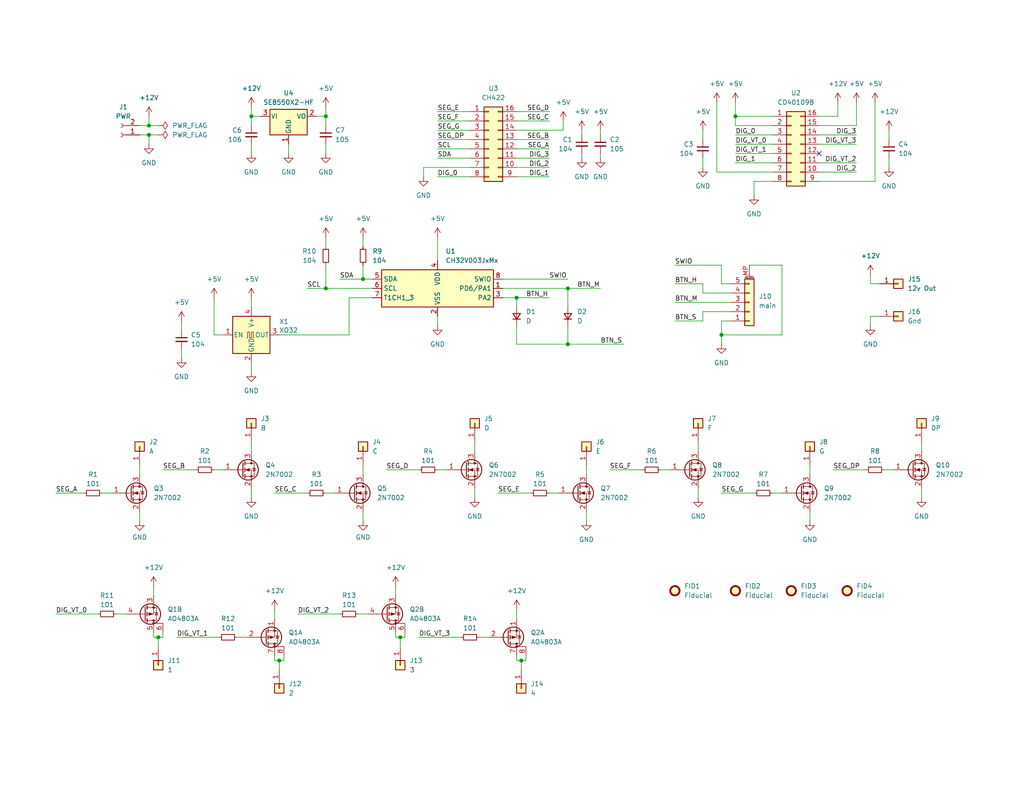
<source format=kicad_sch>
(kicad_sch (version 20230121) (generator eeschema)
  (paper "A")
  (title_block (title "Wall Clock Control Board") (rev "A0") (company "B. Kirisaki"))
  (lib_symbols
    (symbol "Connector:Conn_01x02_Socket" (pin_names (offset 1.016) hide)
      (property "Reference" "J" (at 0 2.54 0))
      (property "Value" "Conn_01x02_Socket" (at 0 -5.08 0))
      (symbol "Conn_01x02_Socket_1_1"
        (arc (start 0 -2.032) (mid -0.5058 -2.54) (end 0 -3.048) (stroke (width 0.1524)))
        (polyline (pts (xy -1.27 -2.54) (xy -0.508 -2.54)) (stroke (width 0.1524)))
        (polyline (pts (xy -1.27 0) (xy -0.508 0)) (stroke (width 0.1524)))
        (arc (start 0 0.508) (mid -0.5058 0) (end 0 -0.508) (stroke (width 0.1524)))
        (pin passive line (at -5.08 0 0) (length 3.81) (name "Pin_1") (number "1"))
        (pin passive line (at -5.08 -2.54 0) (length 3.81) (name "Pin_2") (number "2"))
      )
    )
    (symbol "Connector_Generic:Conn_01x01" (pin_names (offset 1.016) hide)
      (property "Reference" "J" (at 0 2.54 0))
      (property "Value" "Conn_01x01" (at 0 -2.54 0))
      (symbol "Conn_01x01_1_1"
        (rectangle (start -1.27 0.127) (end 0 -0.127) (stroke (width 0.1524)))
        (rectangle (start -1.27 1.27) (end 1.27 -1.27) (stroke (width 0.254)) (fill (type background)))
        (pin passive line (at -5.08 0 0) (length 3.81) (name "Pin_1") (number "1"))
      )
    )
    (symbol "Connector_Generic:Conn_02x08_Counter_Clockwise" (pin_names (offset 1.016) hide)
      (property "Reference" "J" (at 1.27 10.16 0))
      (property "Value" "Conn_02x08_Counter_Clockwise" (at 1.27 -12.7 0))
      (symbol "Conn_02x08_Counter_Clockwise_1_1"
        (rectangle (start -1.27 -10.033) (end 0 -10.287) (stroke (width 0.1524)))
        (rectangle (start -1.27 -7.493) (end 0 -7.747) (stroke (width 0.1524)))
        (rectangle (start -1.27 -4.953) (end 0 -5.207) (stroke (width 0.1524)))
        (rectangle (start -1.27 -2.413) (end 0 -2.667) (stroke (width 0.1524)))
        (rectangle (start -1.27 0.127) (end 0 -0.127) (stroke (width 0.1524)))
        (rectangle (start -1.27 2.667) (end 0 2.413) (stroke (width 0.1524)))
        (rectangle (start -1.27 5.207) (end 0 4.953) (stroke (width 0.1524)))
        (rectangle (start -1.27 7.747) (end 0 7.493) (stroke (width 0.1524)))
        (rectangle (start -1.27 8.89) (end 3.81 -11.43) (stroke (width 0.254)) (fill (type background)))
        (rectangle (start 3.81 -10.033) (end 2.54 -10.287) (stroke (width 0.1524)))
        (rectangle (start 3.81 -7.493) (end 2.54 -7.747) (stroke (width 0.1524)))
        (rectangle (start 3.81 -4.953) (end 2.54 -5.207) (stroke (width 0.1524)))
        (rectangle (start 3.81 -2.413) (end 2.54 -2.667) (stroke (width 0.1524)))
        (rectangle (start 3.81 0.127) (end 2.54 -0.127) (stroke (width 0.1524)))
        (rectangle (start 3.81 2.667) (end 2.54 2.413) (stroke (width 0.1524)))
        (rectangle (start 3.81 5.207) (end 2.54 4.953) (stroke (width 0.1524)))
        (rectangle (start 3.81 7.747) (end 2.54 7.493) (stroke (width 0.1524)))
        (pin passive line (at -5.08 7.62 0) (length 3.81) (name "Pin_1") (number "1"))
        (pin passive line (at 7.62 -7.62 180) (length 3.81) (name "Pin_10") (number "10"))
        (pin passive line (at 7.62 -5.08 180) (length 3.81) (name "Pin_11") (number "11"))
        (pin passive line (at 7.62 -2.54 180) (length 3.81) (name "Pin_12") (number "12"))
        (pin passive line (at 7.62 0 180) (length 3.81) (name "Pin_13") (number "13"))
        (pin passive line (at 7.62 2.54 180) (length 3.81) (name "Pin_14") (number "14"))
        (pin passive line (at 7.62 5.08 180) (length 3.81) (name "Pin_15") (number "15"))
        (pin passive line (at 7.62 7.62 180) (length 3.81) (name "Pin_16") (number "16"))
        (pin passive line (at -5.08 5.08 0) (length 3.81) (name "Pin_2") (number "2"))
        (pin passive line (at -5.08 2.54 0) (length 3.81) (name "Pin_3") (number "3"))
        (pin passive line (at -5.08 0 0) (length 3.81) (name "Pin_4") (number "4"))
        (pin passive line (at -5.08 -2.54 0) (length 3.81) (name "Pin_5") (number "5"))
        (pin passive line (at -5.08 -5.08 0) (length 3.81) (name "Pin_6") (number "6"))
        (pin passive line (at -5.08 -7.62 0) (length 3.81) (name "Pin_7") (number "7"))
        (pin passive line (at -5.08 -10.16 0) (length 3.81) (name "Pin_8") (number "8"))
        (pin passive line (at 7.62 -10.16 180) (length 3.81) (name "Pin_9") (number "9"))
      )
    )
    (symbol "Connector_Generic_MountingPin:Conn_01x05_MountingPin" (pin_names (offset 1.016) hide)
      (property "Reference" "J" (at 0 7.62 0))
      (property "Value" "Conn_01x05_MountingPin" (at 1.27 -7.62 0))
      (symbol "Conn_01x05_MountingPin_1_1"
        (rectangle (start -1.27 -4.953) (end 0 -5.207) (stroke (width 0.1524)))
        (rectangle (start -1.27 -2.413) (end 0 -2.667) (stroke (width 0.1524)))
        (rectangle (start -1.27 0.127) (end 0 -0.127) (stroke (width 0.1524)))
        (rectangle (start -1.27 2.667) (end 0 2.413) (stroke (width 0.1524)))
        (rectangle (start -1.27 5.207) (end 0 4.953) (stroke (width 0.1524)))
        (rectangle (start -1.27 6.35) (end 1.27 -6.35) (stroke (width 0.254)) (fill (type background)))
        (polyline (pts (xy -1.016 -7.112) (xy 1.016 -7.112)) (stroke (width 0.1524)))
        (text "Mounting" (at 0 -6.731 0) (effects (font (size 0.381 0.381))))
        (pin passive line (at -5.08 5.08 0) (length 3.81) (name "Pin_1") (number "1"))
        (pin passive line (at -5.08 2.54 0) (length 3.81) (name "Pin_2") (number "2"))
        (pin passive line (at -5.08 0 0) (length 3.81) (name "Pin_3") (number "3"))
        (pin passive line (at -5.08 -2.54 0) (length 3.81) (name "Pin_4") (number "4"))
        (pin passive line (at -5.08 -5.08 0) (length 3.81) (name "Pin_5") (number "5"))
        (pin passive line (at 0 -10.16 90) (length 3.048) (name "MountPin") (number "MP"))
      )
    )
    (symbol "Device:C_Small" (pin_numbers hide) (pin_names (offset 0.254) hide)
      (property "Reference" "C" (at 0.254 1.778 0))
      (property "Value" "C_Small" (at 0.254 -2.032 0))
      (symbol "C_Small_0_1"
        (polyline (pts (xy -1.524 -0.508) (xy 1.524 -0.508)) (stroke (width 0.3302)))
        (polyline (pts (xy -1.524 0.508) (xy 1.524 0.508)) (stroke (width 0.3048)))
      )
      (symbol "C_Small_1_1"
        (pin passive line (at 0 2.54 270) (length 2.032) (name "~") (number "1"))
        (pin passive line (at 0 -2.54 90) (length 2.032) (name "~") (number "2"))
      )
    )
    (symbol "Device:D_Small" (pin_numbers hide) (pin_names (offset 0.254) hide)
      (property "Reference" "D" (at -1.27 2.032 0))
      (property "Value" "D_Small" (at -3.81 -2.032 0))
      (symbol "D_Small_0_1"
        (polyline (pts (xy -0.762 -1.016) (xy -0.762 1.016)) (stroke (width 0.254)))
        (polyline (pts (xy -0.762 0) (xy 0.762 0)))
        (polyline (pts (xy 0.762 -1.016) (xy -0.762 0) (xy 0.762 1.016) (xy 0.762 -1.016)) (stroke (width 0.254)))
      )
      (symbol "D_Small_1_1"
        (pin passive line (at -2.54 0 0) (length 1.778) (name "K") (number "1"))
        (pin passive line (at 2.54 0 180) (length 1.778) (name "A") (number "2"))
      )
    )
    (symbol "Device:Q_Dual_PMOS_S1G1S2G2D2D2D1D1" (pin_names (offset 0) hide)
      (property "Reference" "Q" (at 6.35 1.27 0))
      (property "Value" "Q_Dual_PMOS_S1G1S2G2D2D2D1D1" (at 21.59 -1.27 0))
      (symbol "Q_Dual_PMOS_S1G1S2G2D2D2D1D1_0_1"
        (polyline (pts (xy 0.254 0) (xy -2.54 0)))
        (polyline (pts (xy 0.254 1.905) (xy 0.254 -1.905)) (stroke (width 0.254)))
        (polyline (pts (xy 0.762 -1.27) (xy 0.762 -2.286)) (stroke (width 0.254)))
        (polyline (pts (xy 0.762 0.508) (xy 0.762 -0.508)) (stroke (width 0.254)))
        (polyline (pts (xy 0.762 2.286) (xy 0.762 1.27)) (stroke (width 0.254)))
        (polyline (pts (xy 2.54 2.54) (xy 2.54 1.778)))
        (polyline (pts (xy 2.54 -2.54) (xy 2.54 0) (xy 0.762 0)))
        (polyline (pts (xy 0.762 1.778) (xy 3.302 1.778) (xy 3.302 -1.778) (xy 0.762 -1.778)))
        (polyline (pts (xy 2.286 0) (xy 1.27 0.381) (xy 1.27 -0.381) (xy 2.286 0)) (fill (type outline)))
        (polyline (pts (xy 2.794 -0.508) (xy 2.921 -0.381) (xy 3.683 -0.381) (xy 3.81 -0.254)))
        (polyline (pts (xy 3.302 -0.381) (xy 2.921 0.254) (xy 3.683 0.254) (xy 3.302 -0.381)))
        (circle (center 1.651 0) (radius 2.794) (stroke (width 0.254)))
        (circle (center 2.54 -1.778) (radius 0.254) (fill (type outline)))
        (circle (center 2.54 1.778) (radius 0.254) (fill (type outline)))
        (circle (center 2.54 2.54) (radius 0.254) (fill (type outline)))
        (rectangle (start 5.08 2.54) (end 2.54 2.54))
      )
      (symbol "Q_Dual_PMOS_S1G1S2G2D2D2D1D1_1_1"
        (pin passive line (at 2.54 -5.08 90) (length 2.54) (name "S") (number "1"))
        (pin input line (at -5.08 0 0) (length 2.54) (name "G") (number "2"))
        (pin passive line (at 2.54 5.08 270) (length 2.54) (name "D") (number "7"))
        (pin passive line (at 5.08 5.08 270) (length 2.54) (name "G") (number "8"))
      )
      (symbol "Q_Dual_PMOS_S1G1S2G2D2D2D1D1_2_1"
        (pin passive line (at 2.54 -5.08 90) (length 2.54) (name "S") (number "3"))
        (pin input line (at -5.08 0 0) (length 2.54) (name "G") (number "4"))
        (pin passive line (at 2.54 5.08 270) (length 2.54) (name "D") (number "5"))
        (pin passive line (at 5.08 5.08 270) (length 2.54) (name "G") (number "6"))
      )
    )
    (symbol "Device:Q_NMOS_GSD" (pin_names (offset 0) hide)
      (property "Reference" "Q" (at 5.08 1.27 0))
      (property "Value" "Q_NMOS_GSD" (at 5.08 -1.27 0))
      (symbol "Q_NMOS_GSD_0_1"
        (polyline (pts (xy 0.254 0) (xy -2.54 0)))
        (polyline (pts (xy 0.254 1.905) (xy 0.254 -1.905)) (stroke (width 0.254)))
        (polyline (pts (xy 0.762 -1.27) (xy 0.762 -2.286)) (stroke (width 0.254)))
        (polyline (pts (xy 0.762 0.508) (xy 0.762 -0.508)) (stroke (width 0.254)))
        (polyline (pts (xy 0.762 2.286) (xy 0.762 1.27)) (stroke (width 0.254)))
        (polyline (pts (xy 2.54 2.54) (xy 2.54 1.778)))
        (polyline (pts (xy 2.54 -2.54) (xy 2.54 0) (xy 0.762 0)))
        (polyline (pts (xy 0.762 -1.778) (xy 3.302 -1.778) (xy 3.302 1.778) (xy 0.762 1.778)))
        (polyline (pts (xy 1.016 0) (xy 2.032 0.381) (xy 2.032 -0.381) (xy 1.016 0)) (fill (type outline)))
        (polyline (pts (xy 2.794 0.508) (xy 2.921 0.381) (xy 3.683 0.381) (xy 3.81 0.254)))
        (polyline (pts (xy 3.302 0.381) (xy 2.921 -0.254) (xy 3.683 -0.254) (xy 3.302 0.381)))
        (circle (center 1.651 0) (radius 2.794) (stroke (width 0.254)))
        (circle (center 2.54 -1.778) (radius 0.254) (fill (type outline)))
        (circle (center 2.54 1.778) (radius 0.254) (fill (type outline)))
      )
      (symbol "Q_NMOS_GSD_1_1"
        (pin input line (at -5.08 0 0) (length 2.54) (name "G") (number "1"))
        (pin passive line (at 2.54 -5.08 90) (length 2.54) (name "S") (number "2"))
        (pin passive line (at 2.54 5.08 270) (length 2.54) (name "D") (number "3"))
      )
    )
    (symbol "Device:R_Small" (pin_numbers hide) (pin_names (offset 0.254) hide)
      (property "Reference" "R" (at 0.762 0.508 0))
      (property "Value" "R_Small" (at 0.762 -1.016 0))
      (symbol "R_Small_0_1"
        (rectangle (start -0.762 1.778) (end 0.762 -1.778) (stroke (width 0.2032)))
      )
      (symbol "R_Small_1_1"
        (pin passive line (at 0 2.54 270) (length 0.762) (name "~") (number "1"))
        (pin passive line (at 0 -2.54 90) (length 0.762) (name "~") (number "2"))
      )
    )
    (symbol "MCU_WCH_CH32V0:CH32V003JxMx"
      (property "Reference" "U" (at -15.24 7.62 0))
      (property "Value" "CH32V003JxMx" (at 15.24 7.62 0))
      (symbol "CH32V003JxMx_1_1"
        (rectangle (start -15.24 5.08) (end 15.24 -5.08) (stroke (width 0.254)) (fill (type background)))
        (pin bidirectional line (at 17.78 0 180) (length 2.54) (name "PD6/PA1") (number "1"))
        (pin power_in line (at 0 -7.62 90) (length 2.54) (name "VSS") (number "2"))
        (pin bidirectional line (at 17.78 -2.54 180) (length 2.54) (name "PA2") (number "3"))
        (pin power_in line (at 0 7.62 270) (length 2.54) (name "VDD") (number "4"))
        (pin bidirectional line (at -17.78 2.54 0) (length 2.54) (name "PC1") (number "5") (alternate "SDA" bidirectional line))
        (pin bidirectional line (at -17.78 0 0) (length 2.54) (name "PC2") (number "6") (alternate "SCL" bidirectional line))
        (pin bidirectional line (at -17.78 -2.54 0) (length 2.54) (name "PC4") (number "7") (alternate "T1CH1_3" bidirectional line))
        (pin bidirectional line (at 17.78 2.54 180) (length 2.54) (name "PD1/PD4/PD5") (number "8") (alternate "SWIO" bidirectional line))
      )
    )
    (symbol "Mechanical:Fiducial"
      (property "Reference" "FID" (at 0 5.08 0))
      (property "Value" "Fiducial" (at 0 3.175 0))
      (symbol "Fiducial_0_1"
        (circle (center 0 0) (radius 1.27) (stroke (width 0.508)) (fill (type background)))
      )
    )
    (symbol "Oscillator:XO32" (pin_names (offset 0.254))
      (property "Reference" "X" (at -5.08 6.35 0))
      (property "Value" "XO32" (at 1.27 -6.35 0))
      (symbol "XO32_0_1"
        (rectangle (start -5.08 5.08) (end 5.08 -5.08) (stroke (width 0.254)) (fill (type background)))
        (polyline (pts (xy -1.27 -0.762) (xy -1.016 -0.762) (xy -1.016 0.762) (xy -0.508 0.762) (xy -0.508 -0.762) (xy 0 -0.762) (xy 0 0.762) (xy 0.508 0.762) (xy 0.508 -0.762) (xy 0.762 -0.762)))
      )
      (symbol "XO32_1_1"
        (pin input line (at -7.62 0 0) (length 2.54) (name "EN") (number "1"))
        (pin power_in line (at 0 -7.62 90) (length 2.54) (name "GND") (number "2"))
        (pin output line (at 7.62 0 180) (length 2.54) (name "OUT") (number "3"))
        (pin power_in line (at 0 7.62 270) (length 2.54) (name "V+") (number "4"))
      )
    )
    (symbol "Regulator_Linear:AP2127N-3.3" (pin_names (offset 0.254))
      (property "Reference" "U" (at -3.81 3.175 0))
      (property "Value" "AP2127N-3.3" (at 0 3.175 0))
      (symbol "AP2127N-3.3_0_1"
        (rectangle (start -5.08 1.905) (end 5.08 -5.08) (stroke (width 0.254)) (fill (type background)))
      )
      (symbol "AP2127N-3.3_1_1"
        (pin power_in line (at 0 -7.62 90) (length 2.54) (name "GND") (number "1"))
        (pin power_out line (at 7.62 0 180) (length 2.54) (name "VO") (number "2"))
        (pin power_in line (at -7.62 0 0) (length 2.54) (name "VI") (number "3"))
      )
    )
    (symbol "power:+12V" (power) (pin_names (offset 0))
      (property "Value" "+12V" (at 0 3.556 0))
      (symbol "+12V_0_1"
        (polyline (pts (xy -0.762 1.27) (xy 0 2.54)))
        (polyline (pts (xy 0 0) (xy 0 2.54)))
        (polyline (pts (xy 0 2.54) (xy 0.762 1.27)))
      )
      (symbol "+12V_1_1"
        (pin power_in line (at 0 0 90) (length 0) hide (name "+12V") (number "1"))
      )
    )
    (symbol "power:+5V" (power) (pin_names (offset 0))
      (property "Value" "+5V" (at 0 3.556 0))
      (symbol "+5V_0_1"
        (polyline (pts (xy -0.762 1.27) (xy 0 2.54)))
        (polyline (pts (xy 0 0) (xy 0 2.54)))
        (polyline (pts (xy 0 2.54) (xy 0.762 1.27)))
      )
      (symbol "+5V_1_1"
        (pin power_in line (at 0 0 90) (length 0) hide (name "+5V") (number "1"))
      )
    )
    (symbol "power:GND" (power) (pin_names (offset 0))
      (property "Value" "GND" (at 0 -3.81 0))
      (symbol "GND_0_1"
        (polyline (pts (xy 0 0) (xy 0 -1.27) (xy 1.27 -1.27) (xy 0 -2.54) (xy -1.27 -1.27) (xy 0 -1.27)))
      )
      (symbol "GND_1_1"
        (pin power_in line (at 0 0 270) (length 0) hide (name "GND") (number "1"))
      )
    )
    (symbol "power:PWR_FLAG" (power) (pin_numbers hide) (pin_names (offset 0) hide)
      (property "Value" "PWR_FLAG" (at 0 3.81 0))
      (symbol "PWR_FLAG_0_0"
        (pin power_out line (at 0 0 90) (length 0) (name "pwr") (number "1"))
      )
      (symbol "PWR_FLAG_0_1"
        (polyline (pts (xy 0 0) (xy 0 1.27) (xy -1.016 1.905) (xy 0 2.54) (xy 1.016 1.905) (xy 0 1.27)))
      )
    )
  )
  (junction (at 154.94 93.98))
  (junction (at 88.9 78.74))
  (junction (at 196.85 91.44))
  (junction (at 99.06 76.2))
  (junction (at 40.64 36.83))
  (junction (at 200.66 31.75))
  (junction (at 88.9 31.75))
  (junction (at 76.2 180.34))
  (junction (at 154.94 78.74))
  (junction (at 109.22 173.99))
  (junction (at 40.64 34.29))
  (junction (at 43.18 173.99))
  (junction (at 68.58 31.75))
  (junction (at 140.97 81.28))
  (junction (at 142.24 180.34))
  (no_connect (at 223.52 41.91))
  (wire (pts (xy 251.46 133.35) (xy 251.46 135.89)))
  (wire (pts (xy 140.97 81.28) (xy 149.86 81.28)))
  (wire (pts (xy 140.97 30.48) (xy 149.86 30.48)))
  (wire (pts (xy 210.82 134.62) (xy 213.36 134.62)))
  (wire (pts (xy 190.5 133.35) (xy 190.5 135.89)))
  (wire (pts (xy 15.24 167.64) (xy 26.67 167.64)))
  (wire (pts (xy 128.27 45.72) (xy 115.57 45.72)))
  (wire (pts (xy 140.97 88.9) (xy 140.97 93.98)))
  (wire (pts (xy 107.95 173.99) (xy 107.95 172.72)))
  (wire (pts (xy 200.66 31.75) (xy 210.82 31.75)))
  (wire (pts (xy 83.82 78.74) (xy 88.9 78.74)))
  (wire (pts (xy 44.45 172.72) (xy 44.45 173.99)))
  (wire (pts (xy 119.38 86.36) (xy 119.38 88.9)))
  (wire (pts (xy 154.94 78.74) (xy 163.83 78.74)))
  (wire (pts (xy 88.9 31.75) (xy 88.9 29.21)))
  (wire (pts (xy 200.66 34.29) (xy 200.66 31.75)))
  (wire (pts (xy 213.36 91.44) (xy 196.85 91.44)))
  (wire (pts (xy 68.58 133.35) (xy 68.58 135.89)))
  (wire (pts (xy 81.28 167.64) (xy 92.71 167.64)))
  (wire (pts (xy 251.46 120.65) (xy 251.46 123.19)))
  (wire (pts (xy 200.66 31.75) (xy 200.66 27.94)))
  (wire (pts (xy 196.85 91.44) (xy 196.85 93.98)))
  (wire (pts (xy 160.02 127) (xy 160.02 129.54)))
  (wire (pts (xy 223.52 44.45) (xy 233.68 44.45)))
  (wire (pts (xy 223.52 46.99) (xy 233.68 46.99)))
  (wire (pts (xy 119.38 43.18) (xy 128.27 43.18)))
  (wire (pts (xy 228.6 31.75) (xy 223.52 31.75)))
  (wire (pts (xy 31.75 167.64) (xy 34.29 167.64)))
  (wire (pts (xy 140.97 40.64) (xy 149.86 40.64)))
  (wire (pts (xy 199.39 77.47) (xy 196.85 77.47)))
  (wire (pts (xy 41.91 173.99) (xy 43.18 173.99)))
  (wire (pts (xy 68.58 99.06) (xy 68.58 101.6)))
  (wire (pts (xy 95.25 81.28) (xy 101.6 81.28)))
  (wire (pts (xy 40.64 34.29) (xy 43.18 34.29)))
  (wire (pts (xy 140.97 93.98) (xy 154.94 93.98)))
  (wire (pts (xy 109.22 173.99) (xy 107.95 173.99)))
  (wire (pts (xy 38.1 36.83) (xy 40.64 36.83)))
  (wire (pts (xy 191.77 85.09) (xy 199.39 85.09)))
  (wire (pts (xy 130.81 173.99) (xy 133.35 173.99)))
  (wire (pts (xy 135.89 134.62) (xy 144.78 134.62)))
  (wire (pts (xy 228.6 27.94) (xy 228.6 31.75)))
  (wire (pts (xy 74.93 179.07) (xy 74.93 180.34)))
  (wire (pts (xy 233.68 27.94) (xy 233.68 34.29)))
  (wire (pts (xy 200.66 36.83) (xy 210.82 36.83)))
  (wire (pts (xy 68.58 31.75) (xy 68.58 34.29)))
  (wire (pts (xy 119.38 48.26) (xy 128.27 48.26)))
  (wire (pts (xy 191.77 43.18) (xy 191.77 45.72)))
  (wire (pts (xy 191.77 77.47) (xy 191.77 80.01)))
  (wire (pts (xy 43.18 173.99) (xy 43.18 176.53)))
  (wire (pts (xy 115.57 45.72) (xy 115.57 48.26)))
  (wire (pts (xy 64.77 173.99) (xy 67.31 173.99)))
  (wire (pts (xy 86.36 31.75) (xy 88.9 31.75)))
  (wire (pts (xy 153.67 35.56) (xy 153.67 33.02)))
  (wire (pts (xy 241.3 128.27) (xy 243.84 128.27)))
  (wire (pts (xy 180.34 128.27) (xy 182.88 128.27)))
  (wire (pts (xy 119.38 33.02) (xy 128.27 33.02)))
  (wire (pts (xy 99.06 64.77) (xy 99.06 67.31)))
  (wire (pts (xy 238.76 49.53) (xy 238.76 27.94)))
  (wire (pts (xy 99.06 139.7) (xy 99.06 142.24)))
  (wire (pts (xy 68.58 120.65) (xy 68.58 123.19)))
  (wire (pts (xy 143.51 179.07) (xy 143.51 180.34)))
  (wire (pts (xy 40.64 36.83) (xy 43.18 36.83)))
  (wire (pts (xy 92.71 76.2) (xy 99.06 76.2)))
  (wire (pts (xy 68.58 29.21) (xy 68.58 31.75)))
  (wire (pts (xy 110.49 172.72) (xy 110.49 173.99)))
  (wire (pts (xy 160.02 139.7) (xy 160.02 142.24)))
  (wire (pts (xy 41.91 172.72) (xy 41.91 173.99)))
  (wire (pts (xy 237.49 88.9) (xy 237.49 86.36)))
  (wire (pts (xy 154.94 78.74) (xy 154.94 83.82)))
  (wire (pts (xy 142.24 180.34) (xy 142.24 182.88)))
  (wire (pts (xy 140.97 180.34) (xy 142.24 180.34)))
  (wire (pts (xy 58.42 91.44) (xy 60.96 91.44)))
  (wire (pts (xy 107.95 160.02) (xy 107.95 162.56)))
  (wire (pts (xy 38.1 127) (xy 38.1 129.54)))
  (wire (pts (xy 154.94 93.98) (xy 170.18 93.98)))
  (wire (pts (xy 119.38 30.48) (xy 128.27 30.48)))
  (wire (pts (xy 49.53 95.25) (xy 49.53 97.79)))
  (wire (pts (xy 184.15 87.63) (xy 191.77 87.63)))
  (wire (pts (xy 223.52 36.83) (xy 233.68 36.83)))
  (wire (pts (xy 119.38 128.27) (xy 121.92 128.27)))
  (wire (pts (xy 77.47 180.34) (xy 76.2 180.34)))
  (wire (pts (xy 223.52 49.53) (xy 238.76 49.53)))
  (wire (pts (xy 137.16 81.28) (xy 140.97 81.28)))
  (wire (pts (xy 140.97 33.02) (xy 149.86 33.02)))
  (wire (pts (xy 163.83 41.91) (xy 163.83 43.18)))
  (wire (pts (xy 195.58 46.99) (xy 195.58 27.94)))
  (wire (pts (xy 163.83 35.56) (xy 163.83 36.83)))
  (wire (pts (xy 40.64 39.37) (xy 40.64 36.83)))
  (wire (pts (xy 143.51 180.34) (xy 142.24 180.34)))
  (wire (pts (xy 191.77 80.01) (xy 199.39 80.01)))
  (wire (pts (xy 74.93 134.62) (xy 83.82 134.62)))
  (wire (pts (xy 48.26 173.99) (xy 59.69 173.99)))
  (wire (pts (xy 158.75 35.56) (xy 158.75 36.83)))
  (wire (pts (xy 68.58 39.37) (xy 68.58 41.91)))
  (wire (pts (xy 78.74 39.37) (xy 78.74 41.91)))
  (wire (pts (xy 140.97 35.56) (xy 153.67 35.56)))
  (wire (pts (xy 184.15 72.39) (xy 196.85 72.39)))
  (wire (pts (xy 88.9 39.37) (xy 88.9 41.91)))
  (wire (pts (xy 119.38 38.1) (xy 128.27 38.1)))
  (wire (pts (xy 40.64 31.75) (xy 40.64 34.29)))
  (wire (pts (xy 191.77 87.63) (xy 191.77 85.09)))
  (wire (pts (xy 220.98 139.7) (xy 220.98 142.24)))
  (wire (pts (xy 196.85 77.47) (xy 196.85 72.39)))
  (wire (pts (xy 184.15 82.55) (xy 199.39 82.55)))
  (wire (pts (xy 44.45 128.27) (xy 53.34 128.27)))
  (wire (pts (xy 99.06 72.39) (xy 99.06 76.2)))
  (wire (pts (xy 210.82 34.29) (xy 200.66 34.29)))
  (wire (pts (xy 129.54 133.35) (xy 129.54 135.89)))
  (wire (pts (xy 119.38 40.64) (xy 128.27 40.64)))
  (wire (pts (xy 58.42 81.28) (xy 58.42 91.44)))
  (wire (pts (xy 196.85 87.63) (xy 196.85 91.44)))
  (wire (pts (xy 140.97 45.72) (xy 149.86 45.72)))
  (wire (pts (xy 184.15 77.47) (xy 191.77 77.47)))
  (wire (pts (xy 88.9 72.39) (xy 88.9 78.74)))
  (wire (pts (xy 140.97 38.1) (xy 149.86 38.1)))
  (wire (pts (xy 227.33 128.27) (xy 236.22 128.27)))
  (wire (pts (xy 119.38 64.77) (xy 119.38 71.12)))
  (wire (pts (xy 199.39 87.63) (xy 196.85 87.63)))
  (wire (pts (xy 15.24 134.62) (xy 22.86 134.62)))
  (wire (pts (xy 49.53 87.63) (xy 49.53 90.17)))
  (wire (pts (xy 119.38 35.56) (xy 128.27 35.56)))
  (wire (pts (xy 140.97 81.28) (xy 140.97 83.82)))
  (wire (pts (xy 233.68 34.29) (xy 223.52 34.29)))
  (wire (pts (xy 88.9 31.75) (xy 88.9 34.29)))
  (wire (pts (xy 166.37 128.27) (xy 175.26 128.27)))
  (wire (pts (xy 240.03 77.47) (xy 237.49 77.47)))
  (wire (pts (xy 77.47 179.07) (xy 77.47 180.34)))
  (wire (pts (xy 220.98 127) (xy 220.98 129.54)))
  (wire (pts (xy 204.47 72.39) (xy 213.36 72.39)))
  (wire (pts (xy 109.22 176.53) (xy 109.22 173.99)))
  (wire (pts (xy 110.49 173.99) (xy 109.22 173.99)))
  (wire (pts (xy 191.77 35.56) (xy 191.77 38.1)))
  (wire (pts (xy 95.25 91.44) (xy 95.25 81.28)))
  (wire (pts (xy 99.06 76.2) (xy 101.6 76.2)))
  (wire (pts (xy 68.58 81.28) (xy 68.58 83.82)))
  (wire (pts (xy 200.66 41.91) (xy 210.82 41.91)))
  (wire (pts (xy 213.36 72.39) (xy 213.36 91.44)))
  (wire (pts (xy 200.66 44.45) (xy 210.82 44.45)))
  (wire (pts (xy 190.5 120.65) (xy 190.5 123.19)))
  (wire (pts (xy 27.94 134.62) (xy 30.48 134.62)))
  (wire (pts (xy 105.41 128.27) (xy 114.3 128.27)))
  (wire (pts (xy 76.2 180.34) (xy 76.2 182.88)))
  (wire (pts (xy 88.9 64.77) (xy 88.9 67.31)))
  (wire (pts (xy 140.97 43.18) (xy 149.86 43.18)))
  (wire (pts (xy 38.1 139.7) (xy 38.1 142.24)))
  (wire (pts (xy 74.93 180.34) (xy 76.2 180.34)))
  (wire (pts (xy 242.57 43.18) (xy 242.57 45.72)))
  (wire (pts (xy 149.86 134.62) (xy 152.4 134.62)))
  (wire (pts (xy 58.42 128.27) (xy 60.96 128.27)))
  (wire (pts (xy 88.9 134.62) (xy 91.44 134.62)))
  (wire (pts (xy 71.12 31.75) (xy 68.58 31.75)))
  (wire (pts (xy 196.85 134.62) (xy 205.74 134.62)))
  (wire (pts (xy 137.16 78.74) (xy 154.94 78.74)))
  (wire (pts (xy 74.93 166.37) (xy 74.93 168.91)))
  (wire (pts (xy 210.82 49.53) (xy 205.74 49.53)))
  (wire (pts (xy 97.79 167.64) (xy 100.33 167.64)))
  (wire (pts (xy 140.97 166.37) (xy 140.97 168.91)))
  (wire (pts (xy 237.49 86.36) (xy 240.03 86.36)))
  (wire (pts (xy 140.97 48.26) (xy 149.86 48.26)))
  (wire (pts (xy 88.9 78.74) (xy 101.6 78.74)))
  (wire (pts (xy 242.57 35.56) (xy 242.57 38.1)))
  (wire (pts (xy 38.1 34.29) (xy 40.64 34.29)))
  (wire (pts (xy 76.2 91.44) (xy 95.25 91.44)))
  (wire (pts (xy 140.97 179.07) (xy 140.97 180.34)))
  (wire (pts (xy 137.16 76.2) (xy 154.94 76.2)))
  (wire (pts (xy 205.74 49.53) (xy 205.74 53.34)))
  (wire (pts (xy 114.3 173.99) (xy 125.73 173.99)))
  (wire (pts (xy 44.45 173.99) (xy 43.18 173.99)))
  (wire (pts (xy 129.54 120.65) (xy 129.54 123.19)))
  (wire (pts (xy 210.82 46.99) (xy 195.58 46.99)))
  (wire (pts (xy 237.49 77.47) (xy 237.49 74.93)))
  (wire (pts (xy 200.66 39.37) (xy 210.82 39.37)))
  (wire (pts (xy 223.52 39.37) (xy 233.68 39.37)))
  (wire (pts (xy 158.75 41.91) (xy 158.75 43.18)))
  (wire (pts (xy 154.94 88.9) (xy 154.94 93.98)))
  (wire (pts (xy 41.91 160.02) (xy 41.91 162.56)))
  (wire (pts (xy 99.06 127) (xy 99.06 129.54)))
  (label "DIG_VT_0" (at 200.66 39.37 0))
  (label "SEG_DP" (at 119.38 38.1 0))
  (label "SEG_B" (at 44.45 128.27 0))
  (label "SDA" (at 92.71 76.2 0))
  (label "DIG_1" (at 200.66 44.45 0))
  (label "SEG_C" (at 149.86 33.02 180))
  (label "SCL" (at 119.38 40.64 0))
  (label "DIG_VT_3" (at 114.3 173.99 0))
  (label "SEG_G" (at 196.85 134.62 0))
  (label "BTN_H" (at 184.15 77.47 0))
  (label "DIG_0" (at 200.66 36.83 0))
  (label "DIG_3" (at 149.86 43.18 180))
  (label "BTN_S" (at 184.15 87.63 0))
  (label "SEG_F" (at 166.37 128.27 0))
  (label "DIG_VT_3" (at 233.68 39.37 180))
  (label "DIG_VT_2" (at 81.28 167.64 0))
  (label "SEG_E" (at 119.38 30.48 0))
  (label "SEG_G" (at 119.38 35.56 0))
  (label "DIG_VT_1" (at 48.26 173.99 0))
  (label "SWIO" (at 149.86 76.2 0))
  (label "SEG_D" (at 149.86 30.48 180))
  (label "SEG_A" (at 15.24 134.62 0))
  (label "BTN_M" (at 157.48 78.74 0))
  (label "SCL" (at 83.82 78.74 0))
  (label "SEG_A" (at 149.86 40.64 180))
  (label "DIG_2" (at 149.86 45.72 180))
  (label "SEG_E" (at 135.89 134.62 0))
  (label "DIG_VT_0" (at 15.24 167.64 0))
  (label "SEG_DP" (at 227.33 128.27 0))
  (label "SWIO" (at 184.15 72.39 0))
  (label "BTN_M" (at 184.15 82.55 0))
  (label "SDA" (at 119.38 43.18 0))
  (label "BTN_S" (at 163.83 93.98 0))
  (label "DIG_VT_1" (at 200.66 41.91 0))
  (label "DIG_1" (at 149.86 48.26 180))
  (label "SEG_C" (at 74.93 134.62 0))
  (label "BTN_H" (at 143.51 81.28 0))
  (label "SEG_F" (at 119.38 33.02 0))
  (label "DIG_3" (at 233.68 36.83 180))
  (label "DIG_VT_2" (at 233.68 44.45 180))
  (label "SEG_B" (at 149.86 38.1 180))
  (label "DIG_0" (at 119.38 48.26 0))
  (label "DIG_2" (at 233.68 46.99 180))
  (label "SEG_D" (at 105.41 128.27 0))
  (symbol (lib_id "Device:Q_NMOS_GSD") (at 187.96 128.27 0) (unit 1)
    (property "Reference" "Q8" (at 194.31 127 0) (effects (justify left)))
    (property "Value" "2N7002" (at 194.31 129.54 0) (effects (justify left)))
    (property "Footprint" "Package_TO_SOT_SMD:SOT-23" (effects hide))
  )
  (symbol (lib_id "power:+5V") (at 58.42 81.28 0) (unit 1)
    (property "Reference" "#PWR017" (effects hide))
    (property "Value" "+5V" (at 58.42 76.2 0))
  )
  (symbol (lib_id "Mechanical:Fiducial") (at 215.9 161.29 0) (unit 1)
    (property "Reference" "FID3" (at 218.44 160.02 0) (effects (justify left)))
    (property "Value" "Fiducial" (at 218.44 162.56 0) (effects (justify left)))
    (property "Footprint" "Fiducial:Fiducial_0.5mm_Mask1.5mm" (effects hide))
  )
  (symbol (lib_id "power:GND") (at 242.57 45.72 0) (mirror y) (unit 1)
    (property "Reference" "#PWR016" (effects hide))
    (property "Value" "GND" (at 242.57 50.8 0))
  )
  (symbol (lib_id "Connector_Generic:Conn_01x01") (at 220.98 121.92 90) (unit 1)
    (property "Reference" "J8" (at 223.52 120.65 90) (effects (justify right)))
    (property "Value" "G" (at 223.52 123.19 90) (effects (justify right)))
    (property "Footprint" "wall_clock_full:Conn_PCB_Castellated_1x01_P2.54mm_ExtraHole" (effects hide))
  )
  (symbol (lib_id "power:+5V") (at 88.9 29.21 0) (unit 1)
    (property "Reference" "#PWR025" (effects hide))
    (property "Value" "+5V" (at 88.9 24.13 0))
  )
  (symbol (lib_id "Mechanical:Fiducial") (at 231.14 161.29 0) (unit 1)
    (property "Reference" "FID4" (at 233.68 160.02 0) (effects (justify left)))
    (property "Value" "Fiducial" (at 233.68 162.56 0) (effects (justify left)))
    (property "Footprint" "Fiducial:Fiducial_0.5mm_Mask1.5mm" (effects hide))
  )
  (symbol (lib_id "Device:C_Small") (at 49.53 92.71 0) (unit 1)
    (property "Reference" "C5" (at 52.07 91.4463 0) (effects (justify left)))
    (property "Value" "104" (at 52.07 93.9863 0) (effects (justify left)))
    (property "Footprint" "Capacitor_SMD:C_0603_1608Metric" (effects hide))
  )
  (symbol (lib_id "Connector_Generic_MountingPin:Conn_01x05_MountingPin") (at 204.47 82.55 0) (mirror x) (unit 1)
    (property "Reference" "J10" (at 207.01 80.9244 0) (effects (justify left)))
    (property "Value" "main" (at 207.01 83.4644 0) (effects (justify left)))
    (property "Footprint" "Connector_JST:JST_PH_S5B-PH-SM4-TB_1x05-1MP_P2.00mm_Horizontal" (effects hide))
  )
  (symbol (lib_id "Device:Q_Dual_PMOS_S1G1S2G2D2D2D1D1") (at 39.37 167.64 0) (mirror x) (unit 2)
    (property "Reference" "Q1" (at 45.72 166.37 0) (effects (justify left)))
    (property "Value" "AO4803A" (at 45.72 168.91 0) (effects (justify left)))
    (property "Footprint" "Package_SO:SOIC-8_3.9x4.9mm_P1.27mm" (effects hide))
  )
  (symbol (lib_id "power:GND") (at 68.58 135.89 0) (unit 1)
    (property "Reference" "#PWR035" (effects hide))
    (property "Value" "GND" (at 68.58 140.97 0))
  )
  (symbol (lib_id "power:+5V") (at 163.83 35.56 0) (unit 1)
    (property "Reference" "#PWR05" (effects hide))
    (property "Value" "+5V" (at 163.83 30.48 0))
  )
  (symbol (lib_id "Connector_Generic:Conn_01x01") (at 245.11 77.47 0) (unit 1)
    (property "Reference" "J15" (at 247.65 76.2 0) (effects (justify left)))
    (property "Value" "12v Out" (at 247.65 78.74 0) (effects (justify left)))
    (property "Footprint" "wall_clock_full:Conn_PCB_Castellated_1x01_P2.54mm_ExtraHole" (effects hide))
  )
  (symbol (lib_id "Device:R_Small") (at 99.06 69.85 0) (unit 1)
    (property "Reference" "R9" (at 101.6 68.58 0) (effects (justify left)))
    (property "Value" "104" (at 101.6 71.12 0) (effects (justify left)))
    (property "Footprint" "Resistor_SMD:R_0603_1608Metric" (effects hide))
  )
  (symbol (lib_id "Connector_Generic:Conn_01x01") (at 109.22 181.61 270) (unit 1)
    (property "Reference" "J13" (at 111.76 180.34 90) (effects (justify left)))
    (property "Value" "3" (at 111.76 182.88 90) (effects (justify left)))
    (property "Footprint" "wall_clock_full:Conn_PCB_Castellated_1x01_P2.54mm_ExtraHole" (effects hide))
  )
  (symbol (lib_id "Connector_Generic:Conn_01x01") (at 190.5 115.57 90) (unit 1)
    (property "Reference" "J7" (at 193.04 114.3 90) (effects (justify right)))
    (property "Value" "F" (at 193.04 116.84 90) (effects (justify right)))
    (property "Footprint" "wall_clock_full:Conn_PCB_Castellated_1x01_P2.54mm_ExtraHole" (effects hide))
  )
  (symbol (lib_id "Connector_Generic:Conn_02x08_Counter_Clockwise") (at 215.9 39.37 0) (unit 1)
    (property "Reference" "U2" (at 217.17 25.4 0))
    (property "Value" "CD40109B" (at 217.17 27.94 0))
    (property "Footprint" "Package_SO:SO-16_5.3x10.2mm_P1.27mm" (effects hide))
  )
  (symbol (lib_id "Device:Q_Dual_PMOS_S1G1S2G2D2D2D1D1") (at 72.39 173.99 0) (mirror x) (unit 1)
    (property "Reference" "Q1" (at 78.74 172.72 0) (effects (justify left)))
    (property "Value" "AO4803A" (at 78.74 175.26 0) (effects (justify left)))
    (property "Footprint" "Package_SO:SOIC-8_3.9x4.9mm_P1.27mm" (effects hide))
  )
  (symbol (lib_id "power:GND") (at 38.1 142.24 0) (unit 1)
    (property "Reference" "#PWR036" (effects hide))
    (property "Value" "GND" (at 38.1 146.685 0))
  )
  (symbol (lib_id "Device:Q_NMOS_GSD") (at 96.52 134.62 0) (unit 1)
    (property "Reference" "Q5" (at 102.87 133.35 0) (effects (justify left)))
    (property "Value" "2N7002" (at 102.87 135.89 0) (effects (justify left)))
    (property "Footprint" "Package_TO_SOT_SMD:SOT-23" (effects hide))
  )
  (symbol (lib_id "power:GND") (at 191.77 45.72 0) (unit 1)
    (property "Reference" "#PWR08" (effects hide))
    (property "Value" "GND" (at 191.77 50.8 0))
  )
  (symbol (lib_id "Device:R_Small") (at 29.21 167.64 90) (unit 1)
    (property "Reference" "R11" (at 29.21 162.56 90))
    (property "Value" "101" (at 29.21 165.1 90))
    (property "Footprint" "Resistor_SMD:R_0402_1005Metric" (effects hide))
  )
  (symbol (lib_id "Mechanical:Fiducial") (at 200.66 161.29 0) (unit 1)
    (property "Reference" "FID2" (at 203.2 160.02 0) (effects (justify left)))
    (property "Value" "Fiducial" (at 203.2 162.56 0) (effects (justify left)))
    (property "Footprint" "Fiducial:Fiducial_0.5mm_Mask1.5mm" (effects hide))
  )
  (symbol (lib_id "Device:R_Small") (at 88.9 69.85 0) (unit 1)
    (property "Reference" "R10" (at 86.36 68.58 0) (effects (justify right)))
    (property "Value" "104" (at 86.36 71.12 0) (effects (justify right)))
    (property "Footprint" "Resistor_SMD:R_0603_1608Metric" (effects hide))
  )
  (symbol (lib_id "power:GND") (at 196.85 93.98 0) (unit 1)
    (property "Reference" "#PWR045" (effects hide))
    (property "Value" "GND" (at 196.85 99.06 0))
  )
  (symbol (lib_id "Device:Q_NMOS_GSD") (at 35.56 134.62 0) (unit 1)
    (property "Reference" "Q3" (at 41.91 133.35 0) (effects (justify left)))
    (property "Value" "2N7002" (at 41.91 135.89 0) (effects (justify left)))
    (property "Footprint" "Package_TO_SOT_SMD:SOT-23" (effects hide))
  )
  (symbol (lib_id "power:+12V") (at 41.91 160.02 0) (unit 1)
    (property "Reference" "#PWR043" (effects hide))
    (property "Value" "+12V" (at 41.91 154.94 0))
  )
  (symbol (lib_id "Connector_Generic:Conn_01x01") (at 129.54 115.57 90) (unit 1)
    (property "Reference" "J5" (at 132.08 114.3 90) (effects (justify right)))
    (property "Value" "D" (at 132.08 116.84 90) (effects (justify right)))
    (property "Footprint" "wall_clock_full:Conn_PCB_Castellated_1x01_P2.54mm_ExtraHole" (effects hide))
  )
  (symbol (lib_id "power:GND") (at 119.38 88.9 0) (unit 1)
    (property "Reference" "#PWR038" (effects hide))
    (property "Value" "GND" (at 119.38 93.98 0))
  )
  (symbol (lib_id "Device:R_Small") (at 95.25 167.64 90) (unit 1)
    (property "Reference" "R13" (at 95.25 162.56 90))
    (property "Value" "101" (at 95.25 165.1 90))
    (property "Footprint" "Resistor_SMD:R_0402_1005Metric" (effects hide))
  )
  (symbol (lib_id "Connector_Generic:Conn_01x01") (at 68.58 115.57 90) (unit 1)
    (property "Reference" "J3" (at 71.12 114.3 90) (effects (justify right)))
    (property "Value" "B" (at 71.12 116.84 90) (effects (justify right)))
    (property "Footprint" "wall_clock_full:Conn_PCB_Castellated_1x01_P2.54mm_ExtraHole" (effects hide))
  )
  (symbol (lib_id "power:PWR_FLAG") (at 43.18 34.29 270) (unit 1)
    (property "Reference" "#FLG01" (effects hide))
    (property "Value" "PWR_FLAG" (at 46.99 34.29 90) (effects (justify left)))
  )
  (symbol (lib_id "Device:C_Small") (at 242.57 40.64 0) (mirror y) (unit 1)
    (property "Reference" "C4" (at 245.11 39.3763 0) (effects (justify right)))
    (property "Value" "104" (at 245.11 41.9163 0) (effects (justify right)))
    (property "Footprint" "Capacitor_SMD:C_0603_1608Metric" (effects hide))
  )
  (symbol (lib_id "power:+5V") (at 200.66 27.94 0) (unit 1)
    (property "Reference" "#PWR010" (effects hide))
    (property "Value" "+5V" (at 200.66 22.86 0))
  )
  (symbol (lib_id "power:+5V") (at 119.38 64.77 0) (unit 1)
    (property "Reference" "#PWR037" (effects hide))
    (property "Value" "+5V" (at 119.38 59.69 0))
  )
  (symbol (lib_id "Device:R_Small") (at 86.36 134.62 90) (unit 1)
    (property "Reference" "R3" (at 86.36 129.54 90))
    (property "Value" "101" (at 86.36 132.08 90))
    (property "Footprint" "Resistor_SMD:R_0402_1005Metric" (effects hide))
  )
  (symbol (lib_id "power:+5V") (at 158.75 35.56 0) (unit 1)
    (property "Reference" "#PWR03" (effects hide))
    (property "Value" "+5V" (at 158.75 30.48 0))
  )
  (symbol (lib_id "Device:C_Small") (at 158.75 39.37 0) (mirror y) (unit 1)
    (property "Reference" "C1" (at 156.21 38.1063 0) (effects (justify left)))
    (property "Value" "104" (at 156.21 40.6463 0) (effects (justify left)))
    (property "Footprint" "Capacitor_SMD:C_0603_1608Metric" (effects hide))
  )
  (symbol (lib_id "power:GND") (at 158.75 43.18 0) (unit 1)
    (property "Reference" "#PWR04" (effects hide))
    (property "Value" "GND" (at 158.75 48.26 0))
  )
  (symbol (lib_id "Oscillator:XO32") (at 68.58 91.44 0) (unit 1)
    (property "Reference" "X1" (at 77.47 87.7921 0))
    (property "Value" "XO32" (at 78.74 90.17 0))
    (property "Footprint" "Oscillator:Oscillator_SMD_EuroQuartz_XO32-4Pin_3.2x2.5mm" (effects hide))
    (property "Datasheet" "http://cdn-reichelt.de/documents/datenblatt/B400/XO32.pdf" (effects hide))
  )
  (symbol (lib_id "power:GND") (at 129.54 135.89 0) (unit 1)
    (property "Reference" "#PWR033" (effects hide))
    (property "Value" "GND" (at 129.54 140.97 0))
  )
  (symbol (lib_id "Device:R_Small") (at 208.28 134.62 90) (unit 1)
    (property "Reference" "R7" (at 208.28 129.54 90))
    (property "Value" "101" (at 208.28 132.08 90))
    (property "Footprint" "Resistor_SMD:R_0402_1005Metric" (effects hide))
  )
  (symbol (lib_id "Device:C_Small") (at 88.9 36.83 0) (unit 1)
    (property "Reference" "C7" (at 91.44 35.5663 0) (effects (justify left)))
    (property "Value" "105" (at 91.44 38.1063 0) (effects (justify left)))
    (property "Footprint" "Capacitor_SMD:C_0805_2012Metric" (effects hide))
  )
  (symbol (lib_id "Connector_Generic:Conn_01x01") (at 245.11 86.36 0) (unit 1)
    (property "Reference" "J16" (at 247.65 85.09 0) (effects (justify left)))
    (property "Value" "Gnd" (at 247.65 87.63 0) (effects (justify left)))
    (property "Footprint" "wall_clock_full:Conn_PCB_Castellated_1x01_P2.54mm_ExtraHole" (effects hide))
  )
  (symbol (lib_id "power:GND") (at 49.53 97.79 0) (unit 1)
    (property "Reference" "#PWR020" (effects hide))
    (property "Value" "GND" (at 49.53 102.87 0))
  )
  (symbol (lib_id "Device:Q_Dual_PMOS_S1G1S2G2D2D2D1D1") (at 138.43 173.99 0) (mirror x) (unit 1)
    (property "Reference" "Q2" (at 144.78 172.72 0) (effects (justify left)))
    (property "Value" "AO4803A" (at 144.78 175.26 0) (effects (justify left)))
    (property "Footprint" "Package_SO:SOIC-8_3.9x4.9mm_P1.27mm" (effects hide))
  )
  (symbol (lib_id "power:GND") (at 78.74 41.91 0) (unit 1)
    (property "Reference" "#PWR024" (effects hide))
    (property "Value" "GND" (at 78.74 46.99 0))
  )
  (symbol (lib_id "power:+12V") (at 68.58 29.21 0) (unit 1)
    (property "Reference" "#PWR026" (effects hide))
    (property "Value" "+12V" (at 68.58 24.13 0))
  )
  (symbol (lib_id "Regulator_Linear:AP2127N-3.3") (at 78.74 31.75 0) (unit 1)
    (property "Reference" "U4" (at 78.74 25.4 0))
    (property "Value" "SE8550X2-HF" (at 78.74 27.94 0))
    (property "Footprint" "Package_TO_SOT_SMD:SOT-23" (effects hide))
    (property "Datasheet" "https://www.diodes.com/assets/Datasheets/AP2127.pdf" (effects hide))
  )
  (symbol (lib_id "power:+5V") (at 153.67 33.02 0) (unit 1)
    (property "Reference" "#PWR02" (effects hide))
    (property "Value" "+5V" (at 153.67 27.94 0))
  )
  (symbol (lib_id "Device:R_Small") (at 25.4 134.62 90) (unit 1)
    (property "Reference" "R1" (at 25.4 129.54 90))
    (property "Value" "101" (at 25.4 132.08 90))
    (property "Footprint" "Resistor_SMD:R_0402_1005Metric" (effects hide))
  )
  (symbol (lib_id "Connector_Generic:Conn_01x01") (at 99.06 121.92 90) (unit 1)
    (property "Reference" "J4" (at 101.6 120.65 90) (effects (justify right)))
    (property "Value" "C" (at 101.6 123.19 90) (effects (justify right)))
    (property "Footprint" "wall_clock_full:Conn_PCB_Castellated_1x01_P2.54mm_ExtraHole" (effects hide))
  )
  (symbol (lib_id "Mechanical:Fiducial") (at 184.15 161.29 0) (unit 1)
    (property "Reference" "FID1" (at 186.69 160.02 0) (effects (justify left)))
    (property "Value" "Fiducial" (at 186.69 162.56 0) (effects (justify left)))
    (property "Footprint" "Fiducial:Fiducial_0.5mm_Mask1.5mm" (effects hide))
  )
  (symbol (lib_id "Device:R_Small") (at 116.84 128.27 90) (unit 1)
    (property "Reference" "R4" (at 116.84 123.19 90))
    (property "Value" "101" (at 116.84 125.73 90))
    (property "Footprint" "Resistor_SMD:R_0402_1005Metric" (effects hide))
  )
  (symbol (lib_id "power:GND") (at 115.57 48.26 0) (unit 1)
    (property "Reference" "#PWR01" (effects hide))
    (property "Value" "GND" (at 115.57 53.34 0))
  )
  (symbol (lib_id "power:+5V") (at 195.58 27.94 0) (unit 1)
    (property "Reference" "#PWR09" (effects hide))
    (property "Value" "+5V" (at 195.58 22.86 0))
  )
  (symbol (lib_id "power:+5V") (at 49.53 87.63 0) (unit 1)
    (property "Reference" "#PWR019" (effects hide))
    (property "Value" "+5V" (at 49.53 82.55 0))
  )
  (symbol (lib_id "Connector_Generic:Conn_01x01") (at 142.24 187.96 270) (unit 1)
    (property "Reference" "J14" (at 144.78 186.69 90) (effects (justify left)))
    (property "Value" "4" (at 144.78 189.23 90) (effects (justify left)))
    (property "Footprint" "wall_clock_full:Conn_PCB_Castellated_1x01_P2.54mm_ExtraHole" (effects hide))
  )
  (symbol (lib_id "power:+5V") (at 233.68 27.94 0) (unit 1)
    (property "Reference" "#PWR013" (effects hide))
    (property "Value" "+5V" (at 233.68 22.86 0))
  )
  (symbol (lib_id "Connector_Generic:Conn_01x01") (at 251.46 115.57 90) (unit 1)
    (property "Reference" "J9" (at 254 114.3 90) (effects (justify right)))
    (property "Value" "DP" (at 254 116.84 90) (effects (justify right)))
    (property "Footprint" "wall_clock_full:Conn_PCB_Castellated_1x01_P2.54mm_ExtraHole" (effects hide))
  )
  (symbol (lib_id "Device:R_Small") (at 62.23 173.99 90) (unit 1)
    (property "Reference" "R12" (at 62.23 168.91 90))
    (property "Value" "101" (at 62.23 171.45 90))
    (property "Footprint" "Resistor_SMD:R_0402_1005Metric" (effects hide))
  )
  (symbol (lib_id "power:GND") (at 220.98 142.24 0) (unit 1)
    (property "Reference" "#PWR031" (effects hide))
    (property "Value" "GND" (at 220.98 147.32 0))
  )
  (symbol (lib_id "Device:R_Small") (at 147.32 134.62 90) (unit 1)
    (property "Reference" "R5" (at 147.32 129.54 90))
    (property "Value" "101" (at 147.32 132.08 90))
    (property "Footprint" "Resistor_SMD:R_0402_1005Metric" (effects hide))
  )
  (symbol (lib_id "power:+12V") (at 140.97 166.37 0) (unit 1)
    (property "Reference" "#PWR041" (effects hide))
    (property "Value" "+12V" (at 140.97 161.29 0))
  )
  (symbol (lib_id "power:PWR_FLAG") (at 43.18 36.83 270) (unit 1)
    (property "Reference" "#FLG02" (effects hide))
    (property "Value" "PWR_FLAG" (at 46.99 36.83 90) (effects (justify left)))
  )
  (symbol (lib_id "Device:C_Small") (at 163.83 39.37 0) (unit 1)
    (property "Reference" "C2" (at 166.37 38.1063 0) (effects (justify left)))
    (property "Value" "105" (at 166.37 40.6463 0) (effects (justify left)))
    (property "Footprint" "Capacitor_SMD:C_0805_2012Metric" (effects hide))
  )
  (symbol (lib_id "Device:D_Small") (at 140.97 86.36 90) (unit 1)
    (property "Reference" "D1" (at 143.51 85.09 90) (effects (justify right)))
    (property "Value" "D" (at 143.51 87.63 90) (effects (justify right)))
    (property "Footprint" "Diode_THT:D_DO-35_SOD27_P7.62mm_Horizontal" (effects hide))
    (property "Sim.Device" "D" (effects hide))
    (property "Sim.Pins" "1=K 2=A" (effects hide))
  )
  (symbol (lib_id "power:GND") (at 68.58 101.6 0) (unit 1)
    (property "Reference" "#PWR018" (effects hide))
    (property "Value" "GND" (at 68.58 106.68 0))
  )
  (symbol (lib_id "power:+12V") (at 107.95 160.02 0) (unit 1)
    (property "Reference" "#PWR042" (effects hide))
    (property "Value" "+12V" (at 107.95 154.94 0))
  )
  (symbol (lib_id "Device:D_Small") (at 154.94 86.36 90) (unit 1)
    (property "Reference" "D2" (at 157.48 85.09 90) (effects (justify right)))
    (property "Value" "D" (at 157.48 87.63 90) (effects (justify right)))
    (property "Footprint" "Diode_THT:D_DO-35_SOD27_P7.62mm_Horizontal" (effects hide))
    (property "Sim.Device" "D" (effects hide))
    (property "Sim.Pins" "1=K 2=A" (effects hide))
  )
  (symbol (lib_id "Device:R_Small") (at 177.8 128.27 90) (unit 1)
    (property "Reference" "R6" (at 177.8 123.19 90))
    (property "Value" "101" (at 177.8 125.73 90))
    (property "Footprint" "Resistor_SMD:R_0402_1005Metric" (effects hide))
  )
  (symbol (lib_id "power:+5V") (at 68.58 81.28 0) (unit 1)
    (property "Reference" "#PWR021" (effects hide))
    (property "Value" "+5V" (at 68.58 76.2 0))
  )
  (symbol (lib_id "Device:C_Small") (at 68.58 36.83 0) (unit 1)
    (property "Reference" "C6" (at 66.04 35.5663 0) (effects (justify right)))
    (property "Value" "106" (at 66.04 38.1063 0) (effects (justify right)))
    (property "Footprint" "Capacitor_SMD:C_1206_3216Metric" (effects hide))
  )
  (symbol (lib_id "power:GND") (at 40.64 39.37 0) (unit 1)
    (property "Reference" "#PWR022" (effects hide))
    (property "Value" "GND" (at 40.64 44.45 0))
  )
  (symbol (lib_id "power:+12V") (at 228.6 27.94 0) (unit 1)
    (property "Reference" "#PWR012" (effects hide))
    (property "Value" "+12V" (at 228.6 22.86 0))
  )
  (symbol (lib_id "Device:Q_Dual_PMOS_S1G1S2G2D2D2D1D1") (at 105.41 167.64 0) (mirror x) (unit 2)
    (property "Reference" "Q2" (at 111.76 166.37 0) (effects (justify left)))
    (property "Value" "AO4803A" (at 111.76 168.91 0) (effects (justify left)))
    (property "Footprint" "Package_SO:SOIC-8_3.9x4.9mm_P1.27mm" (effects hide))
  )
  (symbol (lib_id "power:+12V") (at 40.64 31.75 0) (unit 1)
    (property "Reference" "#PWR023" (effects hide))
    (property "Value" "+12V" (at 40.64 26.67 0))
  )
  (symbol (lib_id "power:GND") (at 237.49 88.9 0) (unit 1)
    (property "Reference" "#PWR047" (effects hide))
    (property "Value" "GND" (at 237.49 93.98 0))
  )
  (symbol (lib_id "Device:R_Small") (at 238.76 128.27 90) (unit 1)
    (property "Reference" "R8" (at 238.76 123.19 90))
    (property "Value" "101" (at 238.76 125.73 90))
    (property "Footprint" "Resistor_SMD:R_0402_1005Metric" (effects hide))
  )
  (symbol (lib_id "Device:C_Small") (at 191.77 40.64 0) (mirror y) (unit 1)
    (property "Reference" "C3" (at 189.23 39.3763 0) (effects (justify left)))
    (property "Value" "104" (at 189.23 41.9163 0) (effects (justify left)))
    (property "Footprint" "Capacitor_SMD:C_0603_1608Metric" (effects hide))
  )
  (symbol (lib_id "power:GND") (at 99.06 142.24 0) (unit 1)
    (property "Reference" "#PWR034" (effects hide))
    (property "Value" "GND" (at 99.06 146.685 0))
  )
  (symbol (lib_id "Connector_Generic:Conn_01x01") (at 160.02 121.92 90) (unit 1)
    (property "Reference" "J6" (at 162.56 120.65 90) (effects (justify right)))
    (property "Value" "E" (at 162.56 123.19 90) (effects (justify right)))
    (property "Footprint" "wall_clock_full:Conn_PCB_Castellated_1x01_P2.54mm_ExtraHole" (effects hide))
  )
  (symbol (lib_id "Connector_Generic:Conn_01x01") (at 38.1 121.92 90) (unit 1)
    (property "Reference" "J2" (at 40.64 120.65 90) (effects (justify right)))
    (property "Value" "A" (at 40.64 123.19 90) (effects (justify right)))
    (property "Footprint" "wall_clock_full:Conn_PCB_Castellated_1x01_P2.54mm_ExtraHole" (effects hide))
  )
  (symbol (lib_id "power:GND") (at 190.5 135.89 0) (unit 1)
    (property "Reference" "#PWR030" (effects hide))
    (property "Value" "GND" (at 190.5 140.97 0))
  )
  (symbol (lib_id "power:+5V") (at 99.06 64.77 0) (unit 1)
    (property "Reference" "#PWR039" (effects hide))
    (property "Value" "+5V" (at 99.06 59.69 0))
  )
  (symbol (lib_id "power:+5V") (at 88.9 64.77 0) (unit 1)
    (property "Reference" "#PWR040" (effects hide))
    (property "Value" "+5V" (at 88.9 59.69 0))
  )
  (symbol (lib_id "power:+12V") (at 242.57 35.56 0) (mirror y) (unit 1)
    (property "Reference" "#PWR015" (effects hide))
    (property "Value" "+12V" (at 242.57 30.48 0))
  )
  (symbol (lib_id "Device:Q_NMOS_GSD") (at 248.92 128.27 0) (unit 1)
    (property "Reference" "Q10" (at 255.27 127 0) (effects (justify left)))
    (property "Value" "2N7002" (at 255.27 129.54 0) (effects (justify left)))
    (property "Footprint" "Package_TO_SOT_SMD:SOT-23" (effects hide))
  )
  (symbol (lib_id "MCU_WCH_CH32V0:CH32V003JxMx") (at 119.38 78.74 0) (unit 1)
    (property "Reference" "U1" (at 121.5741 68.58 0) (effects (justify left)))
    (property "Value" "CH32V003JxMx" (at 121.5741 71.12 0) (effects (justify left)))
    (property "Footprint" "Package_SO:SOP-8_3.9x4.9mm_P1.27mm" (effects hide))
    (property "Datasheet" "https://www.wch-ic.com/products/CH32V003.html" (effects hide))
    (pin "5" (alternate "SDA"))
    (pin "8" (alternate "SWIO"))
    (pin "7" (alternate "T1CH1_3"))
    (pin "6" (alternate "SCL"))
  )
  (symbol (lib_id "Device:R_Small") (at 55.88 128.27 90) (unit 1)
    (property "Reference" "R2" (at 55.88 123.19 90))
    (property "Value" "101" (at 55.88 125.73 90))
    (property "Footprint" "Resistor_SMD:R_0402_1005Metric" (effects hide))
  )
  (symbol (lib_id "power:+5V") (at 191.77 35.56 0) (unit 1)
    (property "Reference" "#PWR07" (effects hide))
    (property "Value" "+5V" (at 191.77 30.48 0))
  )
  (symbol (lib_id "power:GND") (at 160.02 142.24 0) (unit 1)
    (property "Reference" "#PWR029" (effects hide))
    (property "Value" "GND" (at 160.02 147.32 0))
  )
  (symbol (lib_id "Connector_Generic:Conn_01x01") (at 76.2 187.96 270) (unit 1)
    (property "Reference" "J12" (at 78.74 186.69 90) (effects (justify left)))
    (property "Value" "2" (at 78.74 189.23 90) (effects (justify left)))
    (property "Footprint" "wall_clock_full:Conn_PCB_Castellated_1x01_P2.54mm_ExtraHole" (effects hide))
  )
  (symbol (lib_id "power:+12V") (at 237.49 74.93 0) (unit 1)
    (property "Reference" "#PWR046" (effects hide))
    (property "Value" "+12V" (at 237.49 69.85 0))
  )
  (symbol (lib_id "power:GND") (at 88.9 41.91 0) (unit 1)
    (property "Reference" "#PWR028" (effects hide))
    (property "Value" "GND" (at 88.9 46.99 0))
  )
  (symbol (lib_id "Connector_Generic:Conn_01x01") (at 43.18 181.61 270) (unit 1)
    (property "Reference" "J11" (at 45.72 180.34 90) (effects (justify left)))
    (property "Value" "1" (at 45.72 182.88 90) (effects (justify left)))
    (property "Footprint" "wall_clock_full:Conn_PCB_Castellated_1x01_P2.54mm_ExtraHole" (effects hide))
  )
  (symbol (lib_id "Device:Q_NMOS_GSD") (at 218.44 134.62 0) (unit 1)
    (property "Reference" "Q9" (at 224.79 133.35 0) (effects (justify left)))
    (property "Value" "2N7002" (at 224.79 135.89 0) (effects (justify left)))
    (property "Footprint" "Package_TO_SOT_SMD:SOT-23" (effects hide))
  )
  (symbol (lib_id "Connector_Generic:Conn_02x08_Counter_Clockwise") (at 133.35 38.1 0) (unit 1)
    (property "Reference" "U3" (at 134.62 24.13 0))
    (property "Value" "CH422" (at 134.62 26.67 0))
    (property "Footprint" "Package_SO:SO-16_3.9x9.9mm_P1.27mm" (effects hide))
  )
  (symbol (lib_id "power:GND") (at 251.46 135.89 0) (unit 1)
    (property "Reference" "#PWR032" (effects hide))
    (property "Value" "GND" (at 251.46 140.97 0))
  )
  (symbol (lib_id "power:GND") (at 205.74 53.34 0) (unit 1)
    (property "Reference" "#PWR011" (effects hide))
    (property "Value" "GND" (at 205.74 58.42 0))
  )
  (symbol (lib_id "Device:Q_NMOS_GSD") (at 157.48 134.62 0) (unit 1)
    (property "Reference" "Q7" (at 163.83 133.35 0) (effects (justify left)))
    (property "Value" "2N7002" (at 163.83 135.89 0) (effects (justify left)))
    (property "Footprint" "Package_TO_SOT_SMD:SOT-23" (effects hide))
  )
  (symbol (lib_id "power:+5V") (at 238.76 27.94 0) (unit 1)
    (property "Reference" "#PWR014" (effects hide))
    (property "Value" "+5V" (at 238.76 22.86 0))
  )
  (symbol (lib_id "Connector:Conn_01x02_Socket") (at 33.02 36.83 180) (unit 1)
    (property "Reference" "J1" (at 33.655 29.21 0))
    (property "Value" "PWR" (at 33.655 31.75 0))
    (property "Footprint" "TerminalBlock:TerminalBlock_bornier-2_P5.08mm" (effects hide))
  )
  (symbol (lib_id "Device:Q_NMOS_GSD") (at 127 128.27 0) (unit 1)
    (property "Reference" "Q6" (at 133.35 127 0) (effects (justify left)))
    (property "Value" "2N7002" (at 133.35 129.54 0) (effects (justify left)))
    (property "Footprint" "Package_TO_SOT_SMD:SOT-23" (effects hide))
  )
  (symbol (lib_id "power:+12V") (at 74.93 166.37 0) (unit 1)
    (property "Reference" "#PWR044" (effects hide))
    (property "Value" "+12V" (at 74.93 161.29 0))
  )
  (symbol (lib_id "Device:Q_NMOS_GSD") (at 66.04 128.27 0) (unit 1)
    (property "Reference" "Q4" (at 72.39 127 0) (effects (justify left)))
    (property "Value" "2N7002" (at 72.39 129.54 0) (effects (justify left)))
    (property "Footprint" "Package_TO_SOT_SMD:SOT-23" (effects hide))
  )
  (symbol (lib_id "power:GND") (at 68.58 41.91 0) (unit 1)
    (property "Reference" "#PWR027" (effects hide))
    (property "Value" "GND" (at 68.58 46.99 0))
  )
  (symbol (lib_id "Device:R_Small") (at 128.27 173.99 90) (unit 1)
    (property "Reference" "R14" (at 128.27 168.91 90))
    (property "Value" "101" (at 128.27 171.45 90))
    (property "Footprint" "Resistor_SMD:R_0402_1005Metric" (effects hide))
  )
  (symbol (lib_id "power:GND") (at 163.83 43.18 0) (unit 1)
    (property "Reference" "#PWR06" (effects hide))
    (property "Value" "GND" (at 163.83 48.26 0))
  )
)
</source>
